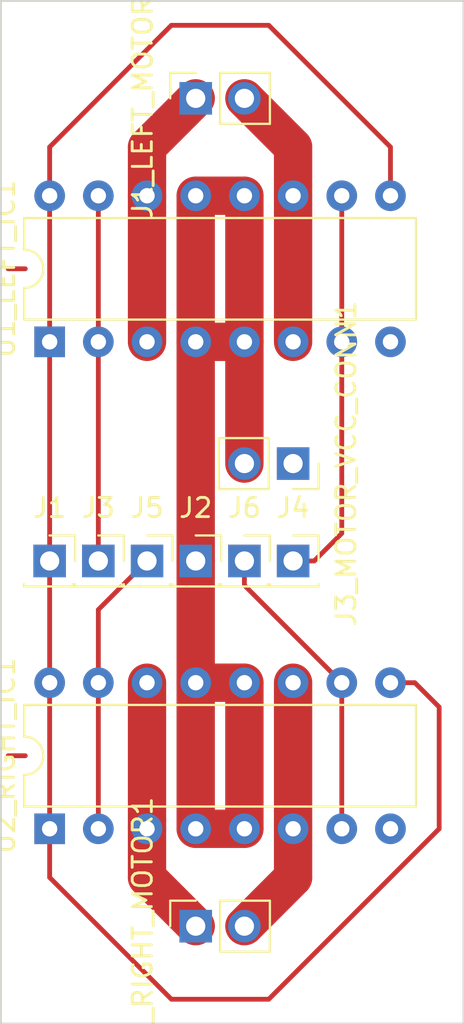
<source format=kicad_pcb>
(kicad_pcb (version 20171130) (host pcbnew "(5.1.5)-3")

  (general
    (thickness 1.6)
    (drawings 4)
    (tracks 55)
    (zones 0)
    (modules 11)
    (nets 12)
  )

  (page A4)
  (layers
    (0 F.Cu signal)
    (31 B.Cu signal hide)
    (32 B.Adhes user hide)
    (33 F.Adhes user hide)
    (34 B.Paste user hide)
    (35 F.Paste user hide)
    (36 B.SilkS user hide)
    (37 F.SilkS user hide)
    (38 B.Mask user hide)
    (39 F.Mask user hide)
    (40 Dwgs.User user hide)
    (41 Cmts.User user hide)
    (42 Eco1.User user hide)
    (43 Eco2.User user hide)
    (44 Edge.Cuts user)
    (45 Margin user hide)
    (46 B.CrtYd user hide)
    (47 F.CrtYd user hide)
    (48 B.Fab user hide)
    (49 F.Fab user hide)
  )

  (setup
    (last_trace_width 0.25)
    (user_trace_width 2)
    (trace_clearance 0.2)
    (zone_clearance 0.508)
    (zone_45_only no)
    (trace_min 0.2)
    (via_size 0.8)
    (via_drill 0.4)
    (via_min_size 0.4)
    (via_min_drill 0.3)
    (uvia_size 0.3)
    (uvia_drill 0.1)
    (uvias_allowed no)
    (uvia_min_size 0.2)
    (uvia_min_drill 0.1)
    (edge_width 0.05)
    (segment_width 0.2)
    (pcb_text_width 0.3)
    (pcb_text_size 1.5 1.5)
    (mod_edge_width 0.12)
    (mod_text_size 1 1)
    (mod_text_width 0.15)
    (pad_size 1.524 1.524)
    (pad_drill 0.762)
    (pad_to_mask_clearance 0.051)
    (solder_mask_min_width 0.25)
    (aux_axis_origin 0 0)
    (visible_elements FFFFFF7F)
    (pcbplotparams
      (layerselection 0x010fc_ffffffff)
      (usegerberextensions false)
      (usegerberattributes false)
      (usegerberadvancedattributes false)
      (creategerberjobfile false)
      (excludeedgelayer true)
      (linewidth 0.100000)
      (plotframeref false)
      (viasonmask false)
      (mode 1)
      (useauxorigin false)
      (hpglpennumber 1)
      (hpglpenspeed 20)
      (hpglpendiameter 15.000000)
      (psnegative false)
      (psa4output false)
      (plotreference true)
      (plotvalue true)
      (plotinvisibletext false)
      (padsonsilk false)
      (subtractmaskfromsilk false)
      (outputformat 1)
      (mirror false)
      (drillshape 1)
      (scaleselection 1)
      (outputdirectory ""))
  )

  (net 0 "")
  (net 1 "Net-(J1-Pad1)")
  (net 2 "Net-(J2-Pad1)")
  (net 3 "Net-(J3-Pad1)")
  (net 4 "Net-(J4-Pad1)")
  (net 5 "Net-(J5-Pad1)")
  (net 6 "Net-(J6-Pad1)")
  (net 7 "Net-(J1_LEFT_MOTOR1-Pad2)")
  (net 8 "Net-(J1_LEFT_MOTOR1-Pad1)")
  (net 9 "Net-(J2_RIGHT_MOTOR1-Pad2)")
  (net 10 "Net-(J2_RIGHT_MOTOR1-Pad1)")
  (net 11 "Net-(J3_MOTOR_VCC_CONN1-Pad1)")

  (net_class Default "This is the default net class."
    (clearance 0.2)
    (trace_width 0.25)
    (via_dia 0.8)
    (via_drill 0.4)
    (uvia_dia 0.3)
    (uvia_drill 0.1)
    (add_net "Net-(J1-Pad1)")
    (add_net "Net-(J1_LEFT_MOTOR1-Pad1)")
    (add_net "Net-(J1_LEFT_MOTOR1-Pad2)")
    (add_net "Net-(J2-Pad1)")
    (add_net "Net-(J2_RIGHT_MOTOR1-Pad1)")
    (add_net "Net-(J2_RIGHT_MOTOR1-Pad2)")
    (add_net "Net-(J3-Pad1)")
    (add_net "Net-(J3_MOTOR_VCC_CONN1-Pad1)")
    (add_net "Net-(J4-Pad1)")
    (add_net "Net-(J5-Pad1)")
    (add_net "Net-(J6-Pad1)")
  )

  (module Package_DIP:DIP-16_W7.62mm (layer F.Cu) (tedit 5A02E8C5) (tstamp 5EA978D5)
    (at 115.57 49.53 90)
    (descr "16-lead though-hole mounted DIP package, row spacing 7.62 mm (300 mils)")
    (tags "THT DIP DIL PDIP 2.54mm 7.62mm 300mil")
    (path /5EA963CB)
    (fp_text reference U1_LEFT_IC1 (at 3.81 -2.33 90) (layer F.SilkS)
      (effects (font (size 1 1) (thickness 0.15)))
    )
    (fp_text value L293D (at 3.81 20.11 90) (layer F.Fab)
      (effects (font (size 1 1) (thickness 0.15)))
    )
    (fp_text user %R (at 3.81 8.89 90) (layer F.Fab)
      (effects (font (size 1 1) (thickness 0.15)))
    )
    (fp_line (start 8.7 -1.55) (end -1.1 -1.55) (layer F.CrtYd) (width 0.05))
    (fp_line (start 8.7 19.3) (end 8.7 -1.55) (layer F.CrtYd) (width 0.05))
    (fp_line (start -1.1 19.3) (end 8.7 19.3) (layer F.CrtYd) (width 0.05))
    (fp_line (start -1.1 -1.55) (end -1.1 19.3) (layer F.CrtYd) (width 0.05))
    (fp_line (start 6.46 -1.33) (end 4.81 -1.33) (layer F.SilkS) (width 0.12))
    (fp_line (start 6.46 19.11) (end 6.46 -1.33) (layer F.SilkS) (width 0.12))
    (fp_line (start 1.16 19.11) (end 6.46 19.11) (layer F.SilkS) (width 0.12))
    (fp_line (start 1.16 -1.33) (end 1.16 19.11) (layer F.SilkS) (width 0.12))
    (fp_line (start 2.81 -1.33) (end 1.16 -1.33) (layer F.SilkS) (width 0.12))
    (fp_line (start 0.635 -0.27) (end 1.635 -1.27) (layer F.Fab) (width 0.1))
    (fp_line (start 0.635 19.05) (end 0.635 -0.27) (layer F.Fab) (width 0.1))
    (fp_line (start 6.985 19.05) (end 0.635 19.05) (layer F.Fab) (width 0.1))
    (fp_line (start 6.985 -1.27) (end 6.985 19.05) (layer F.Fab) (width 0.1))
    (fp_line (start 1.635 -1.27) (end 6.985 -1.27) (layer F.Fab) (width 0.1))
    (fp_arc (start 3.81 -1.33) (end 2.81 -1.33) (angle -180) (layer F.SilkS) (width 0.12))
    (pad 16 thru_hole oval (at 7.62 0 90) (size 1.6 1.6) (drill 0.8) (layers *.Cu *.Mask)
      (net 1 "Net-(J1-Pad1)"))
    (pad 8 thru_hole oval (at 0 17.78 90) (size 1.6 1.6) (drill 0.8) (layers *.Cu *.Mask)
      (net 11 "Net-(J3_MOTOR_VCC_CONN1-Pad1)"))
    (pad 15 thru_hole oval (at 7.62 2.54 90) (size 1.6 1.6) (drill 0.8) (layers *.Cu *.Mask)
      (net 3 "Net-(J3-Pad1)"))
    (pad 7 thru_hole oval (at 0 15.24 90) (size 1.6 1.6) (drill 0.8) (layers *.Cu *.Mask)
      (net 4 "Net-(J4-Pad1)"))
    (pad 14 thru_hole oval (at 7.62 5.08 90) (size 1.6 1.6) (drill 0.8) (layers *.Cu *.Mask)
      (net 8 "Net-(J1_LEFT_MOTOR1-Pad1)"))
    (pad 6 thru_hole oval (at 0 12.7 90) (size 1.6 1.6) (drill 0.8) (layers *.Cu *.Mask)
      (net 7 "Net-(J1_LEFT_MOTOR1-Pad2)"))
    (pad 13 thru_hole oval (at 7.62 7.62 90) (size 1.6 1.6) (drill 0.8) (layers *.Cu *.Mask)
      (net 2 "Net-(J2-Pad1)"))
    (pad 5 thru_hole oval (at 0 10.16 90) (size 1.6 1.6) (drill 0.8) (layers *.Cu *.Mask)
      (net 2 "Net-(J2-Pad1)"))
    (pad 12 thru_hole oval (at 7.62 10.16 90) (size 1.6 1.6) (drill 0.8) (layers *.Cu *.Mask)
      (net 2 "Net-(J2-Pad1)"))
    (pad 4 thru_hole oval (at 0 7.62 90) (size 1.6 1.6) (drill 0.8) (layers *.Cu *.Mask)
      (net 2 "Net-(J2-Pad1)"))
    (pad 11 thru_hole oval (at 7.62 12.7 90) (size 1.6 1.6) (drill 0.8) (layers *.Cu *.Mask)
      (net 7 "Net-(J1_LEFT_MOTOR1-Pad2)"))
    (pad 3 thru_hole oval (at 0 5.08 90) (size 1.6 1.6) (drill 0.8) (layers *.Cu *.Mask)
      (net 8 "Net-(J1_LEFT_MOTOR1-Pad1)"))
    (pad 10 thru_hole oval (at 7.62 15.24 90) (size 1.6 1.6) (drill 0.8) (layers *.Cu *.Mask)
      (net 4 "Net-(J4-Pad1)"))
    (pad 2 thru_hole oval (at 0 2.54 90) (size 1.6 1.6) (drill 0.8) (layers *.Cu *.Mask)
      (net 3 "Net-(J3-Pad1)"))
    (pad 9 thru_hole oval (at 7.62 17.78 90) (size 1.6 1.6) (drill 0.8) (layers *.Cu *.Mask)
      (net 1 "Net-(J1-Pad1)"))
    (pad 1 thru_hole rect (at 0 0 90) (size 1.6 1.6) (drill 0.8) (layers *.Cu *.Mask)
      (net 1 "Net-(J1-Pad1)"))
    (model ${KISYS3DMOD}/Package_DIP.3dshapes/DIP-16_W7.62mm.wrl
      (at (xyz 0 0 0))
      (scale (xyz 1 1 1))
      (rotate (xyz 0 0 0))
    )
  )

  (module Connector_PinSocket_2.54mm:PinSocket_1x02_P2.54mm_Vertical (layer F.Cu) (tedit 5A19A420) (tstamp 5EA97881)
    (at 123.19 80.01 90)
    (descr "Through hole straight socket strip, 1x02, 2.54mm pitch, single row (from Kicad 4.0.7), script generated")
    (tags "Through hole socket strip THT 1x02 2.54mm single row")
    (path /5EA9C54B)
    (fp_text reference J2_RIGHT_MOTOR1 (at 0 -2.77 90) (layer F.SilkS)
      (effects (font (size 1 1) (thickness 0.15)))
    )
    (fp_text value Screw_Terminal_01x02 (at 0 5.31 90) (layer F.Fab)
      (effects (font (size 1 1) (thickness 0.15)))
    )
    (fp_text user %R (at 0 1.27) (layer F.Fab)
      (effects (font (size 1 1) (thickness 0.15)))
    )
    (fp_line (start -1.8 4.3) (end -1.8 -1.8) (layer F.CrtYd) (width 0.05))
    (fp_line (start 1.75 4.3) (end -1.8 4.3) (layer F.CrtYd) (width 0.05))
    (fp_line (start 1.75 -1.8) (end 1.75 4.3) (layer F.CrtYd) (width 0.05))
    (fp_line (start -1.8 -1.8) (end 1.75 -1.8) (layer F.CrtYd) (width 0.05))
    (fp_line (start 0 -1.33) (end 1.33 -1.33) (layer F.SilkS) (width 0.12))
    (fp_line (start 1.33 -1.33) (end 1.33 0) (layer F.SilkS) (width 0.12))
    (fp_line (start 1.33 1.27) (end 1.33 3.87) (layer F.SilkS) (width 0.12))
    (fp_line (start -1.33 3.87) (end 1.33 3.87) (layer F.SilkS) (width 0.12))
    (fp_line (start -1.33 1.27) (end -1.33 3.87) (layer F.SilkS) (width 0.12))
    (fp_line (start -1.33 1.27) (end 1.33 1.27) (layer F.SilkS) (width 0.12))
    (fp_line (start -1.27 3.81) (end -1.27 -1.27) (layer F.Fab) (width 0.1))
    (fp_line (start 1.27 3.81) (end -1.27 3.81) (layer F.Fab) (width 0.1))
    (fp_line (start 1.27 -0.635) (end 1.27 3.81) (layer F.Fab) (width 0.1))
    (fp_line (start 0.635 -1.27) (end 1.27 -0.635) (layer F.Fab) (width 0.1))
    (fp_line (start -1.27 -1.27) (end 0.635 -1.27) (layer F.Fab) (width 0.1))
    (pad 2 thru_hole oval (at 0 2.54 90) (size 1.7 1.7) (drill 1) (layers *.Cu *.Mask)
      (net 9 "Net-(J2_RIGHT_MOTOR1-Pad2)"))
    (pad 1 thru_hole rect (at 0 0 90) (size 1.7 1.7) (drill 1) (layers *.Cu *.Mask)
      (net 10 "Net-(J2_RIGHT_MOTOR1-Pad1)"))
    (model ${KISYS3DMOD}/Connector_PinSocket_2.54mm.3dshapes/PinSocket_1x02_P2.54mm_Vertical.wrl
      (at (xyz 0 0 0))
      (scale (xyz 1 1 1))
      (rotate (xyz 0 0 0))
    )
  )

  (module Package_DIP:DIP-16_W7.62mm (layer F.Cu) (tedit 5A02E8C5) (tstamp 5EA978F9)
    (at 115.57 74.93 90)
    (descr "16-lead though-hole mounted DIP package, row spacing 7.62 mm (300 mils)")
    (tags "THT DIP DIL PDIP 2.54mm 7.62mm 300mil")
    (path /5EA9786F)
    (fp_text reference U2_RIGHT_IC1 (at 3.81 -2.33 90) (layer F.SilkS)
      (effects (font (size 1 1) (thickness 0.15)))
    )
    (fp_text value L293D (at 3.81 20.11 90) (layer F.Fab)
      (effects (font (size 1 1) (thickness 0.15)))
    )
    (fp_text user %R (at 3.81 8.89 90) (layer F.Fab)
      (effects (font (size 1 1) (thickness 0.15)))
    )
    (fp_line (start 8.7 -1.55) (end -1.1 -1.55) (layer F.CrtYd) (width 0.05))
    (fp_line (start 8.7 19.3) (end 8.7 -1.55) (layer F.CrtYd) (width 0.05))
    (fp_line (start -1.1 19.3) (end 8.7 19.3) (layer F.CrtYd) (width 0.05))
    (fp_line (start -1.1 -1.55) (end -1.1 19.3) (layer F.CrtYd) (width 0.05))
    (fp_line (start 6.46 -1.33) (end 4.81 -1.33) (layer F.SilkS) (width 0.12))
    (fp_line (start 6.46 19.11) (end 6.46 -1.33) (layer F.SilkS) (width 0.12))
    (fp_line (start 1.16 19.11) (end 6.46 19.11) (layer F.SilkS) (width 0.12))
    (fp_line (start 1.16 -1.33) (end 1.16 19.11) (layer F.SilkS) (width 0.12))
    (fp_line (start 2.81 -1.33) (end 1.16 -1.33) (layer F.SilkS) (width 0.12))
    (fp_line (start 0.635 -0.27) (end 1.635 -1.27) (layer F.Fab) (width 0.1))
    (fp_line (start 0.635 19.05) (end 0.635 -0.27) (layer F.Fab) (width 0.1))
    (fp_line (start 6.985 19.05) (end 0.635 19.05) (layer F.Fab) (width 0.1))
    (fp_line (start 6.985 -1.27) (end 6.985 19.05) (layer F.Fab) (width 0.1))
    (fp_line (start 1.635 -1.27) (end 6.985 -1.27) (layer F.Fab) (width 0.1))
    (fp_arc (start 3.81 -1.33) (end 2.81 -1.33) (angle -180) (layer F.SilkS) (width 0.12))
    (pad 16 thru_hole oval (at 7.62 0 90) (size 1.6 1.6) (drill 0.8) (layers *.Cu *.Mask)
      (net 1 "Net-(J1-Pad1)"))
    (pad 8 thru_hole oval (at 0 17.78 90) (size 1.6 1.6) (drill 0.8) (layers *.Cu *.Mask)
      (net 11 "Net-(J3_MOTOR_VCC_CONN1-Pad1)"))
    (pad 15 thru_hole oval (at 7.62 2.54 90) (size 1.6 1.6) (drill 0.8) (layers *.Cu *.Mask)
      (net 5 "Net-(J5-Pad1)"))
    (pad 7 thru_hole oval (at 0 15.24 90) (size 1.6 1.6) (drill 0.8) (layers *.Cu *.Mask)
      (net 6 "Net-(J6-Pad1)"))
    (pad 14 thru_hole oval (at 7.62 5.08 90) (size 1.6 1.6) (drill 0.8) (layers *.Cu *.Mask)
      (net 10 "Net-(J2_RIGHT_MOTOR1-Pad1)"))
    (pad 6 thru_hole oval (at 0 12.7 90) (size 1.6 1.6) (drill 0.8) (layers *.Cu *.Mask)
      (net 9 "Net-(J2_RIGHT_MOTOR1-Pad2)"))
    (pad 13 thru_hole oval (at 7.62 7.62 90) (size 1.6 1.6) (drill 0.8) (layers *.Cu *.Mask)
      (net 2 "Net-(J2-Pad1)"))
    (pad 5 thru_hole oval (at 0 10.16 90) (size 1.6 1.6) (drill 0.8) (layers *.Cu *.Mask)
      (net 2 "Net-(J2-Pad1)"))
    (pad 12 thru_hole oval (at 7.62 10.16 90) (size 1.6 1.6) (drill 0.8) (layers *.Cu *.Mask)
      (net 2 "Net-(J2-Pad1)"))
    (pad 4 thru_hole oval (at 0 7.62 90) (size 1.6 1.6) (drill 0.8) (layers *.Cu *.Mask)
      (net 2 "Net-(J2-Pad1)"))
    (pad 11 thru_hole oval (at 7.62 12.7 90) (size 1.6 1.6) (drill 0.8) (layers *.Cu *.Mask)
      (net 9 "Net-(J2_RIGHT_MOTOR1-Pad2)"))
    (pad 3 thru_hole oval (at 0 5.08 90) (size 1.6 1.6) (drill 0.8) (layers *.Cu *.Mask)
      (net 10 "Net-(J2_RIGHT_MOTOR1-Pad1)"))
    (pad 10 thru_hole oval (at 7.62 15.24 90) (size 1.6 1.6) (drill 0.8) (layers *.Cu *.Mask)
      (net 6 "Net-(J6-Pad1)"))
    (pad 2 thru_hole oval (at 0 2.54 90) (size 1.6 1.6) (drill 0.8) (layers *.Cu *.Mask)
      (net 5 "Net-(J5-Pad1)"))
    (pad 9 thru_hole oval (at 7.62 17.78 90) (size 1.6 1.6) (drill 0.8) (layers *.Cu *.Mask)
      (net 1 "Net-(J1-Pad1)"))
    (pad 1 thru_hole rect (at 0 0 90) (size 1.6 1.6) (drill 0.8) (layers *.Cu *.Mask)
      (net 1 "Net-(J1-Pad1)"))
    (model ${KISYS3DMOD}/Package_DIP.3dshapes/DIP-16_W7.62mm.wrl
      (at (xyz 0 0 0))
      (scale (xyz 1 1 1))
      (rotate (xyz 0 0 0))
    )
  )

  (module Connector_PinSocket_2.54mm:PinSocket_1x02_P2.54mm_Vertical (layer F.Cu) (tedit 5A19A420) (tstamp 5EA97897)
    (at 128.27 55.88 270)
    (descr "Through hole straight socket strip, 1x02, 2.54mm pitch, single row (from Kicad 4.0.7), script generated")
    (tags "Through hole socket strip THT 1x02 2.54mm single row")
    (path /5EA9A401)
    (fp_text reference J3_MOTOR_VCC_CONN1 (at 0 -2.77 90) (layer F.SilkS)
      (effects (font (size 1 1) (thickness 0.15)))
    )
    (fp_text value Screw_Terminal_01x02 (at 0 5.31 90) (layer F.Fab)
      (effects (font (size 1 1) (thickness 0.15)))
    )
    (fp_text user %R (at 0 1.27) (layer F.Fab)
      (effects (font (size 1 1) (thickness 0.15)))
    )
    (fp_line (start -1.8 4.3) (end -1.8 -1.8) (layer F.CrtYd) (width 0.05))
    (fp_line (start 1.75 4.3) (end -1.8 4.3) (layer F.CrtYd) (width 0.05))
    (fp_line (start 1.75 -1.8) (end 1.75 4.3) (layer F.CrtYd) (width 0.05))
    (fp_line (start -1.8 -1.8) (end 1.75 -1.8) (layer F.CrtYd) (width 0.05))
    (fp_line (start 0 -1.33) (end 1.33 -1.33) (layer F.SilkS) (width 0.12))
    (fp_line (start 1.33 -1.33) (end 1.33 0) (layer F.SilkS) (width 0.12))
    (fp_line (start 1.33 1.27) (end 1.33 3.87) (layer F.SilkS) (width 0.12))
    (fp_line (start -1.33 3.87) (end 1.33 3.87) (layer F.SilkS) (width 0.12))
    (fp_line (start -1.33 1.27) (end -1.33 3.87) (layer F.SilkS) (width 0.12))
    (fp_line (start -1.33 1.27) (end 1.33 1.27) (layer F.SilkS) (width 0.12))
    (fp_line (start -1.27 3.81) (end -1.27 -1.27) (layer F.Fab) (width 0.1))
    (fp_line (start 1.27 3.81) (end -1.27 3.81) (layer F.Fab) (width 0.1))
    (fp_line (start 1.27 -0.635) (end 1.27 3.81) (layer F.Fab) (width 0.1))
    (fp_line (start 0.635 -1.27) (end 1.27 -0.635) (layer F.Fab) (width 0.1))
    (fp_line (start -1.27 -1.27) (end 0.635 -1.27) (layer F.Fab) (width 0.1))
    (pad 2 thru_hole oval (at 0 2.54 270) (size 1.7 1.7) (drill 1) (layers *.Cu *.Mask)
      (net 2 "Net-(J2-Pad1)"))
    (pad 1 thru_hole rect (at 0 0 270) (size 1.7 1.7) (drill 1) (layers *.Cu *.Mask)
      (net 11 "Net-(J3_MOTOR_VCC_CONN1-Pad1)"))
    (model ${KISYS3DMOD}/Connector_PinSocket_2.54mm.3dshapes/PinSocket_1x02_P2.54mm_Vertical.wrl
      (at (xyz 0 0 0))
      (scale (xyz 1 1 1))
      (rotate (xyz 0 0 0))
    )
  )

  (module Connector_PinSocket_2.54mm:PinSocket_1x02_P2.54mm_Vertical (layer F.Cu) (tedit 5A19A420) (tstamp 5EA9786B)
    (at 123.19 36.83 90)
    (descr "Through hole straight socket strip, 1x02, 2.54mm pitch, single row (from Kicad 4.0.7), script generated")
    (tags "Through hole socket strip THT 1x02 2.54mm single row")
    (path /5EA9B1B4)
    (fp_text reference J1_LEFT_MOTOR1 (at 0 -2.77 90) (layer F.SilkS)
      (effects (font (size 1 1) (thickness 0.15)))
    )
    (fp_text value Screw_Terminal_01x02 (at 0 5.31 90) (layer F.Fab)
      (effects (font (size 1 1) (thickness 0.15)))
    )
    (fp_text user %R (at 0 1.27) (layer F.Fab)
      (effects (font (size 1 1) (thickness 0.15)))
    )
    (fp_line (start -1.8 4.3) (end -1.8 -1.8) (layer F.CrtYd) (width 0.05))
    (fp_line (start 1.75 4.3) (end -1.8 4.3) (layer F.CrtYd) (width 0.05))
    (fp_line (start 1.75 -1.8) (end 1.75 4.3) (layer F.CrtYd) (width 0.05))
    (fp_line (start -1.8 -1.8) (end 1.75 -1.8) (layer F.CrtYd) (width 0.05))
    (fp_line (start 0 -1.33) (end 1.33 -1.33) (layer F.SilkS) (width 0.12))
    (fp_line (start 1.33 -1.33) (end 1.33 0) (layer F.SilkS) (width 0.12))
    (fp_line (start 1.33 1.27) (end 1.33 3.87) (layer F.SilkS) (width 0.12))
    (fp_line (start -1.33 3.87) (end 1.33 3.87) (layer F.SilkS) (width 0.12))
    (fp_line (start -1.33 1.27) (end -1.33 3.87) (layer F.SilkS) (width 0.12))
    (fp_line (start -1.33 1.27) (end 1.33 1.27) (layer F.SilkS) (width 0.12))
    (fp_line (start -1.27 3.81) (end -1.27 -1.27) (layer F.Fab) (width 0.1))
    (fp_line (start 1.27 3.81) (end -1.27 3.81) (layer F.Fab) (width 0.1))
    (fp_line (start 1.27 -0.635) (end 1.27 3.81) (layer F.Fab) (width 0.1))
    (fp_line (start 0.635 -1.27) (end 1.27 -0.635) (layer F.Fab) (width 0.1))
    (fp_line (start -1.27 -1.27) (end 0.635 -1.27) (layer F.Fab) (width 0.1))
    (pad 2 thru_hole oval (at 0 2.54 90) (size 1.7 1.7) (drill 1) (layers *.Cu *.Mask)
      (net 7 "Net-(J1_LEFT_MOTOR1-Pad2)"))
    (pad 1 thru_hole rect (at 0 0 90) (size 1.7 1.7) (drill 1) (layers *.Cu *.Mask)
      (net 8 "Net-(J1_LEFT_MOTOR1-Pad1)"))
    (model ${KISYS3DMOD}/Connector_PinSocket_2.54mm.3dshapes/PinSocket_1x02_P2.54mm_Vertical.wrl
      (at (xyz 0 0 0))
      (scale (xyz 1 1 1))
      (rotate (xyz 0 0 0))
    )
  )

  (module Connector_PinSocket_2.54mm:PinSocket_1x01_P2.54mm_Vertical (layer F.Cu) (tedit 5A19A434) (tstamp 5EA97855)
    (at 125.73 60.96)
    (descr "Through hole straight socket strip, 1x01, 2.54mm pitch, single row (from Kicad 4.0.7), script generated")
    (tags "Through hole socket strip THT 1x01 2.54mm single row")
    (path /5EACBBA5)
    (fp_text reference J6 (at 0 -2.77) (layer F.SilkS)
      (effects (font (size 1 1) (thickness 0.15)))
    )
    (fp_text value Screw_Terminal_01x01 (at 0 2.77) (layer F.Fab)
      (effects (font (size 1 1) (thickness 0.15)))
    )
    (fp_text user %R (at 0 0) (layer F.Fab)
      (effects (font (size 1 1) (thickness 0.15)))
    )
    (fp_line (start -1.8 1.75) (end -1.8 -1.8) (layer F.CrtYd) (width 0.05))
    (fp_line (start 1.75 1.75) (end -1.8 1.75) (layer F.CrtYd) (width 0.05))
    (fp_line (start 1.75 -1.8) (end 1.75 1.75) (layer F.CrtYd) (width 0.05))
    (fp_line (start -1.8 -1.8) (end 1.75 -1.8) (layer F.CrtYd) (width 0.05))
    (fp_line (start 0 -1.33) (end 1.33 -1.33) (layer F.SilkS) (width 0.12))
    (fp_line (start 1.33 -1.33) (end 1.33 0) (layer F.SilkS) (width 0.12))
    (fp_line (start 1.33 1.21) (end 1.33 1.33) (layer F.SilkS) (width 0.12))
    (fp_line (start -1.33 1.21) (end -1.33 1.33) (layer F.SilkS) (width 0.12))
    (fp_line (start -1.33 1.33) (end 1.33 1.33) (layer F.SilkS) (width 0.12))
    (fp_line (start -1.27 1.27) (end -1.27 -1.27) (layer F.Fab) (width 0.1))
    (fp_line (start 1.27 1.27) (end -1.27 1.27) (layer F.Fab) (width 0.1))
    (fp_line (start 1.27 -0.635) (end 1.27 1.27) (layer F.Fab) (width 0.1))
    (fp_line (start 0.635 -1.27) (end 1.27 -0.635) (layer F.Fab) (width 0.1))
    (fp_line (start -1.27 -1.27) (end 0.635 -1.27) (layer F.Fab) (width 0.1))
    (pad 1 thru_hole rect (at 0 0) (size 1.7 1.7) (drill 1) (layers *.Cu *.Mask)
      (net 6 "Net-(J6-Pad1)"))
    (model ${KISYS3DMOD}/Connector_PinSocket_2.54mm.3dshapes/PinSocket_1x01_P2.54mm_Vertical.wrl
      (at (xyz 0 0 0))
      (scale (xyz 1 1 1))
      (rotate (xyz 0 0 0))
    )
  )

  (module Connector_PinSocket_2.54mm:PinSocket_1x01_P2.54mm_Vertical (layer F.Cu) (tedit 5A19A434) (tstamp 5EA97841)
    (at 120.65 60.96)
    (descr "Through hole straight socket strip, 1x01, 2.54mm pitch, single row (from Kicad 4.0.7), script generated")
    (tags "Through hole socket strip THT 1x01 2.54mm single row")
    (path /5EACB465)
    (fp_text reference J5 (at 0 -2.77) (layer F.SilkS)
      (effects (font (size 1 1) (thickness 0.15)))
    )
    (fp_text value Screw_Terminal_01x01 (at 0 2.77) (layer F.Fab)
      (effects (font (size 1 1) (thickness 0.15)))
    )
    (fp_text user %R (at 0 0) (layer F.Fab)
      (effects (font (size 1 1) (thickness 0.15)))
    )
    (fp_line (start -1.8 1.75) (end -1.8 -1.8) (layer F.CrtYd) (width 0.05))
    (fp_line (start 1.75 1.75) (end -1.8 1.75) (layer F.CrtYd) (width 0.05))
    (fp_line (start 1.75 -1.8) (end 1.75 1.75) (layer F.CrtYd) (width 0.05))
    (fp_line (start -1.8 -1.8) (end 1.75 -1.8) (layer F.CrtYd) (width 0.05))
    (fp_line (start 0 -1.33) (end 1.33 -1.33) (layer F.SilkS) (width 0.12))
    (fp_line (start 1.33 -1.33) (end 1.33 0) (layer F.SilkS) (width 0.12))
    (fp_line (start 1.33 1.21) (end 1.33 1.33) (layer F.SilkS) (width 0.12))
    (fp_line (start -1.33 1.21) (end -1.33 1.33) (layer F.SilkS) (width 0.12))
    (fp_line (start -1.33 1.33) (end 1.33 1.33) (layer F.SilkS) (width 0.12))
    (fp_line (start -1.27 1.27) (end -1.27 -1.27) (layer F.Fab) (width 0.1))
    (fp_line (start 1.27 1.27) (end -1.27 1.27) (layer F.Fab) (width 0.1))
    (fp_line (start 1.27 -0.635) (end 1.27 1.27) (layer F.Fab) (width 0.1))
    (fp_line (start 0.635 -1.27) (end 1.27 -0.635) (layer F.Fab) (width 0.1))
    (fp_line (start -1.27 -1.27) (end 0.635 -1.27) (layer F.Fab) (width 0.1))
    (pad 1 thru_hole rect (at 0 0) (size 1.7 1.7) (drill 1) (layers *.Cu *.Mask)
      (net 5 "Net-(J5-Pad1)"))
    (model ${KISYS3DMOD}/Connector_PinSocket_2.54mm.3dshapes/PinSocket_1x01_P2.54mm_Vertical.wrl
      (at (xyz 0 0 0))
      (scale (xyz 1 1 1))
      (rotate (xyz 0 0 0))
    )
  )

  (module Connector_PinSocket_2.54mm:PinSocket_1x01_P2.54mm_Vertical (layer F.Cu) (tedit 5A19A434) (tstamp 5EA9782D)
    (at 128.27 60.96)
    (descr "Through hole straight socket strip, 1x01, 2.54mm pitch, single row (from Kicad 4.0.7), script generated")
    (tags "Through hole socket strip THT 1x01 2.54mm single row")
    (path /5EACAE17)
    (fp_text reference J4 (at 0 -2.77) (layer F.SilkS)
      (effects (font (size 1 1) (thickness 0.15)))
    )
    (fp_text value Screw_Terminal_01x01 (at 0 2.77) (layer F.Fab)
      (effects (font (size 1 1) (thickness 0.15)))
    )
    (fp_text user %R (at 0 0) (layer F.Fab)
      (effects (font (size 1 1) (thickness 0.15)))
    )
    (fp_line (start -1.8 1.75) (end -1.8 -1.8) (layer F.CrtYd) (width 0.05))
    (fp_line (start 1.75 1.75) (end -1.8 1.75) (layer F.CrtYd) (width 0.05))
    (fp_line (start 1.75 -1.8) (end 1.75 1.75) (layer F.CrtYd) (width 0.05))
    (fp_line (start -1.8 -1.8) (end 1.75 -1.8) (layer F.CrtYd) (width 0.05))
    (fp_line (start 0 -1.33) (end 1.33 -1.33) (layer F.SilkS) (width 0.12))
    (fp_line (start 1.33 -1.33) (end 1.33 0) (layer F.SilkS) (width 0.12))
    (fp_line (start 1.33 1.21) (end 1.33 1.33) (layer F.SilkS) (width 0.12))
    (fp_line (start -1.33 1.21) (end -1.33 1.33) (layer F.SilkS) (width 0.12))
    (fp_line (start -1.33 1.33) (end 1.33 1.33) (layer F.SilkS) (width 0.12))
    (fp_line (start -1.27 1.27) (end -1.27 -1.27) (layer F.Fab) (width 0.1))
    (fp_line (start 1.27 1.27) (end -1.27 1.27) (layer F.Fab) (width 0.1))
    (fp_line (start 1.27 -0.635) (end 1.27 1.27) (layer F.Fab) (width 0.1))
    (fp_line (start 0.635 -1.27) (end 1.27 -0.635) (layer F.Fab) (width 0.1))
    (fp_line (start -1.27 -1.27) (end 0.635 -1.27) (layer F.Fab) (width 0.1))
    (pad 1 thru_hole rect (at 0 0) (size 1.7 1.7) (drill 1) (layers *.Cu *.Mask)
      (net 4 "Net-(J4-Pad1)"))
    (model ${KISYS3DMOD}/Connector_PinSocket_2.54mm.3dshapes/PinSocket_1x01_P2.54mm_Vertical.wrl
      (at (xyz 0 0 0))
      (scale (xyz 1 1 1))
      (rotate (xyz 0 0 0))
    )
  )

  (module Connector_PinSocket_2.54mm:PinSocket_1x01_P2.54mm_Vertical (layer F.Cu) (tedit 5A19A434) (tstamp 5EA97819)
    (at 118.11 60.96)
    (descr "Through hole straight socket strip, 1x01, 2.54mm pitch, single row (from Kicad 4.0.7), script generated")
    (tags "Through hole socket strip THT 1x01 2.54mm single row")
    (path /5EACA6B6)
    (fp_text reference J3 (at 0 -2.77) (layer F.SilkS)
      (effects (font (size 1 1) (thickness 0.15)))
    )
    (fp_text value Screw_Terminal_01x01 (at 0 2.77) (layer F.Fab)
      (effects (font (size 1 1) (thickness 0.15)))
    )
    (fp_text user %R (at 0 0) (layer F.Fab)
      (effects (font (size 1 1) (thickness 0.15)))
    )
    (fp_line (start -1.8 1.75) (end -1.8 -1.8) (layer F.CrtYd) (width 0.05))
    (fp_line (start 1.75 1.75) (end -1.8 1.75) (layer F.CrtYd) (width 0.05))
    (fp_line (start 1.75 -1.8) (end 1.75 1.75) (layer F.CrtYd) (width 0.05))
    (fp_line (start -1.8 -1.8) (end 1.75 -1.8) (layer F.CrtYd) (width 0.05))
    (fp_line (start 0 -1.33) (end 1.33 -1.33) (layer F.SilkS) (width 0.12))
    (fp_line (start 1.33 -1.33) (end 1.33 0) (layer F.SilkS) (width 0.12))
    (fp_line (start 1.33 1.21) (end 1.33 1.33) (layer F.SilkS) (width 0.12))
    (fp_line (start -1.33 1.21) (end -1.33 1.33) (layer F.SilkS) (width 0.12))
    (fp_line (start -1.33 1.33) (end 1.33 1.33) (layer F.SilkS) (width 0.12))
    (fp_line (start -1.27 1.27) (end -1.27 -1.27) (layer F.Fab) (width 0.1))
    (fp_line (start 1.27 1.27) (end -1.27 1.27) (layer F.Fab) (width 0.1))
    (fp_line (start 1.27 -0.635) (end 1.27 1.27) (layer F.Fab) (width 0.1))
    (fp_line (start 0.635 -1.27) (end 1.27 -0.635) (layer F.Fab) (width 0.1))
    (fp_line (start -1.27 -1.27) (end 0.635 -1.27) (layer F.Fab) (width 0.1))
    (pad 1 thru_hole rect (at 0 0) (size 1.7 1.7) (drill 1) (layers *.Cu *.Mask)
      (net 3 "Net-(J3-Pad1)"))
    (model ${KISYS3DMOD}/Connector_PinSocket_2.54mm.3dshapes/PinSocket_1x01_P2.54mm_Vertical.wrl
      (at (xyz 0 0 0))
      (scale (xyz 1 1 1))
      (rotate (xyz 0 0 0))
    )
  )

  (module Connector_PinSocket_2.54mm:PinSocket_1x01_P2.54mm_Vertical (layer F.Cu) (tedit 5A19A434) (tstamp 5EA97805)
    (at 123.19 60.96)
    (descr "Through hole straight socket strip, 1x01, 2.54mm pitch, single row (from Kicad 4.0.7), script generated")
    (tags "Through hole socket strip THT 1x01 2.54mm single row")
    (path /5EACA4BE)
    (fp_text reference J2 (at 0 -2.77) (layer F.SilkS)
      (effects (font (size 1 1) (thickness 0.15)))
    )
    (fp_text value Screw_Terminal_01x01 (at 0 2.77) (layer F.Fab)
      (effects (font (size 1 1) (thickness 0.15)))
    )
    (fp_text user %R (at 0 0) (layer F.Fab)
      (effects (font (size 1 1) (thickness 0.15)))
    )
    (fp_line (start -1.8 1.75) (end -1.8 -1.8) (layer F.CrtYd) (width 0.05))
    (fp_line (start 1.75 1.75) (end -1.8 1.75) (layer F.CrtYd) (width 0.05))
    (fp_line (start 1.75 -1.8) (end 1.75 1.75) (layer F.CrtYd) (width 0.05))
    (fp_line (start -1.8 -1.8) (end 1.75 -1.8) (layer F.CrtYd) (width 0.05))
    (fp_line (start 0 -1.33) (end 1.33 -1.33) (layer F.SilkS) (width 0.12))
    (fp_line (start 1.33 -1.33) (end 1.33 0) (layer F.SilkS) (width 0.12))
    (fp_line (start 1.33 1.21) (end 1.33 1.33) (layer F.SilkS) (width 0.12))
    (fp_line (start -1.33 1.21) (end -1.33 1.33) (layer F.SilkS) (width 0.12))
    (fp_line (start -1.33 1.33) (end 1.33 1.33) (layer F.SilkS) (width 0.12))
    (fp_line (start -1.27 1.27) (end -1.27 -1.27) (layer F.Fab) (width 0.1))
    (fp_line (start 1.27 1.27) (end -1.27 1.27) (layer F.Fab) (width 0.1))
    (fp_line (start 1.27 -0.635) (end 1.27 1.27) (layer F.Fab) (width 0.1))
    (fp_line (start 0.635 -1.27) (end 1.27 -0.635) (layer F.Fab) (width 0.1))
    (fp_line (start -1.27 -1.27) (end 0.635 -1.27) (layer F.Fab) (width 0.1))
    (pad 1 thru_hole rect (at 0 0) (size 1.7 1.7) (drill 1) (layers *.Cu *.Mask)
      (net 2 "Net-(J2-Pad1)"))
    (model ${KISYS3DMOD}/Connector_PinSocket_2.54mm.3dshapes/PinSocket_1x01_P2.54mm_Vertical.wrl
      (at (xyz 0 0 0))
      (scale (xyz 1 1 1))
      (rotate (xyz 0 0 0))
    )
  )

  (module Connector_PinSocket_2.54mm:PinSocket_1x01_P2.54mm_Vertical (layer F.Cu) (tedit 5A19A434) (tstamp 5EA977F1)
    (at 115.57 60.96)
    (descr "Through hole straight socket strip, 1x01, 2.54mm pitch, single row (from Kicad 4.0.7), script generated")
    (tags "Through hole socket strip THT 1x01 2.54mm single row")
    (path /5EAC965C)
    (fp_text reference J1 (at 0 -2.77) (layer F.SilkS)
      (effects (font (size 1 1) (thickness 0.15)))
    )
    (fp_text value Screw_Terminal_01x01 (at 0 2.77) (layer F.Fab)
      (effects (font (size 1 1) (thickness 0.15)))
    )
    (fp_text user %R (at 0 0) (layer F.Fab)
      (effects (font (size 1 1) (thickness 0.15)))
    )
    (fp_line (start -1.8 1.75) (end -1.8 -1.8) (layer F.CrtYd) (width 0.05))
    (fp_line (start 1.75 1.75) (end -1.8 1.75) (layer F.CrtYd) (width 0.05))
    (fp_line (start 1.75 -1.8) (end 1.75 1.75) (layer F.CrtYd) (width 0.05))
    (fp_line (start -1.8 -1.8) (end 1.75 -1.8) (layer F.CrtYd) (width 0.05))
    (fp_line (start 0 -1.33) (end 1.33 -1.33) (layer F.SilkS) (width 0.12))
    (fp_line (start 1.33 -1.33) (end 1.33 0) (layer F.SilkS) (width 0.12))
    (fp_line (start 1.33 1.21) (end 1.33 1.33) (layer F.SilkS) (width 0.12))
    (fp_line (start -1.33 1.21) (end -1.33 1.33) (layer F.SilkS) (width 0.12))
    (fp_line (start -1.33 1.33) (end 1.33 1.33) (layer F.SilkS) (width 0.12))
    (fp_line (start -1.27 1.27) (end -1.27 -1.27) (layer F.Fab) (width 0.1))
    (fp_line (start 1.27 1.27) (end -1.27 1.27) (layer F.Fab) (width 0.1))
    (fp_line (start 1.27 -0.635) (end 1.27 1.27) (layer F.Fab) (width 0.1))
    (fp_line (start 0.635 -1.27) (end 1.27 -0.635) (layer F.Fab) (width 0.1))
    (fp_line (start -1.27 -1.27) (end 0.635 -1.27) (layer F.Fab) (width 0.1))
    (pad 1 thru_hole rect (at 0 0) (size 1.7 1.7) (drill 1) (layers *.Cu *.Mask)
      (net 1 "Net-(J1-Pad1)"))
    (model ${KISYS3DMOD}/Connector_PinSocket_2.54mm.3dshapes/PinSocket_1x01_P2.54mm_Vertical.wrl
      (at (xyz 0 0 0))
      (scale (xyz 1 1 1))
      (rotate (xyz 0 0 0))
    )
  )

  (gr_line (start 137.16 31.75) (end 137.16 85.09) (layer Edge.Cuts) (width 0.1))
  (gr_line (start 113.03 31.75) (end 137.16 31.75) (layer Edge.Cuts) (width 0.1))
  (gr_line (start 113.03 85.09) (end 113.03 31.75) (layer Edge.Cuts) (width 0.1))
  (gr_line (start 137.16 85.09) (end 113.03 85.09) (layer Edge.Cuts) (width 0.1))

  (segment (start 114.3 45.72) (end 113.40501 45.72) (width 0.25) (layer F.Cu) (net 0))
  (segment (start 114.3 71.12) (end 113.40501 71.12) (width 0.25) (layer F.Cu) (net 0))
  (segment (start 115.57 41.91) (end 115.57 49.53) (width 0.25) (layer F.Cu) (net 1))
  (segment (start 115.57 49.53) (end 115.57 60.96) (width 0.25) (layer F.Cu) (net 1))
  (segment (start 115.57 60.96) (end 115.57 67.31) (width 0.25) (layer F.Cu) (net 1))
  (segment (start 115.57 67.31) (end 115.57 74.93) (width 0.25) (layer F.Cu) (net 1))
  (segment (start 133.35 67.31) (end 134.62 67.31) (width 0.25) (layer F.Cu) (net 1))
  (segment (start 134.62 67.31) (end 135.89 68.58) (width 0.25) (layer F.Cu) (net 1))
  (segment (start 135.89 68.58) (end 135.89 74.93) (width 0.25) (layer F.Cu) (net 1))
  (segment (start 135.89 74.93) (end 129.484991 81.335009) (width 0.25) (layer F.Cu) (net 1))
  (segment (start 129.484991 81.335009) (end 129.54 81.28) (width 0.25) (layer F.Cu) (net 1))
  (segment (start 127 83.82) (end 129.484991 81.335009) (width 0.25) (layer F.Cu) (net 1))
  (segment (start 115.57 77.47) (end 121.92 83.82) (width 0.25) (layer F.Cu) (net 1))
  (segment (start 115.57 74.93) (end 115.57 77.47) (width 0.25) (layer F.Cu) (net 1))
  (segment (start 121.92 83.82) (end 127 83.82) (width 0.25) (layer F.Cu) (net 1))
  (segment (start 133.35 39.37) (end 133.35 41.91) (width 0.25) (layer F.Cu) (net 1))
  (segment (start 121.92 33.02) (end 127 33.02) (width 0.25) (layer F.Cu) (net 1))
  (segment (start 127 33.02) (end 133.35 39.37) (width 0.25) (layer F.Cu) (net 1))
  (segment (start 115.57 41.91) (end 115.57 39.37) (width 0.25) (layer F.Cu) (net 1))
  (segment (start 115.57 39.37) (end 121.92 33.02) (width 0.25) (layer F.Cu) (net 1))
  (segment (start 123.19 41.91) (end 125.73 41.91) (width 2) (layer F.Cu) (net 2))
  (segment (start 125.73 41.91) (end 125.73 49.53) (width 2) (layer F.Cu) (net 2))
  (segment (start 125.73 49.53) (end 123.19 49.53) (width 2) (layer F.Cu) (net 2))
  (segment (start 123.19 41.91) (end 123.19 49.53) (width 2) (layer F.Cu) (net 2))
  (segment (start 125.73 49.53) (end 125.73 55.88) (width 2) (layer F.Cu) (net 2))
  (segment (start 123.19 49.53) (end 123.19 60.96) (width 2) (layer F.Cu) (net 2))
  (segment (start 123.19 60.96) (end 123.19 67.31) (width 2) (layer F.Cu) (net 2))
  (segment (start 123.19 67.31) (end 125.73 67.31) (width 2) (layer F.Cu) (net 2))
  (segment (start 125.73 67.31) (end 125.73 74.93) (width 2) (layer F.Cu) (net 2))
  (segment (start 125.73 74.93) (end 123.19 74.93) (width 2) (layer F.Cu) (net 2))
  (segment (start 123.19 74.93) (end 123.19 67.31) (width 2) (layer F.Cu) (net 2))
  (segment (start 118.11 41.91) (end 118.11 49.53) (width 0.25) (layer F.Cu) (net 3))
  (segment (start 118.11 60.96) (end 118.11 49.53) (width 0.25) (layer F.Cu) (net 3))
  (segment (start 130.81 41.91) (end 130.81 49.53) (width 0.25) (layer F.Cu) (net 4))
  (segment (start 129.37 60.96) (end 128.27 60.96) (width 0.25) (layer F.Cu) (net 4))
  (segment (start 130.81 59.52) (end 129.37 60.96) (width 0.25) (layer F.Cu) (net 4))
  (segment (start 130.81 49.53) (end 130.81 59.52) (width 0.25) (layer F.Cu) (net 4))
  (segment (start 118.11 74.93) (end 118.11 67.31) (width 0.25) (layer F.Cu) (net 5))
  (segment (start 118.11 63.5) (end 120.65 60.96) (width 0.25) (layer F.Cu) (net 5))
  (segment (start 118.11 67.31) (end 118.11 63.5) (width 0.25) (layer F.Cu) (net 5))
  (segment (start 130.81 74.93) (end 130.81 67.31) (width 0.25) (layer F.Cu) (net 6))
  (segment (start 125.73 60.96) (end 125.73 62.23) (width 0.25) (layer F.Cu) (net 6))
  (segment (start 125.73 62.23) (end 130.81 67.31) (width 0.25) (layer F.Cu) (net 6))
  (segment (start 128.27 39.37) (end 128.27 41.91) (width 2) (layer F.Cu) (net 7))
  (segment (start 125.73 36.83) (end 128.27 39.37) (width 2) (layer F.Cu) (net 7))
  (segment (start 128.27 41.91) (end 128.27 49.53) (width 2) (layer F.Cu) (net 7))
  (segment (start 120.65 39.37) (end 120.65 41.91) (width 2) (layer F.Cu) (net 8))
  (segment (start 123.19 36.83) (end 120.65 39.37) (width 2) (layer F.Cu) (net 8))
  (segment (start 120.65 41.91) (end 120.65 49.53) (width 2) (layer F.Cu) (net 8))
  (segment (start 128.27 77.47) (end 128.27 74.93) (width 2) (layer F.Cu) (net 9))
  (segment (start 125.73 80.01) (end 128.27 77.47) (width 2) (layer F.Cu) (net 9))
  (segment (start 128.27 74.93) (end 128.27 67.31) (width 2) (layer F.Cu) (net 9))
  (segment (start 120.65 77.47) (end 123.19 80.01) (width 2) (layer F.Cu) (net 10))
  (segment (start 120.65 74.93) (end 120.65 77.47) (width 2) (layer F.Cu) (net 10))
  (segment (start 120.65 67.31) (end 120.65 74.93) (width 2) (layer F.Cu) (net 10))

)

</source>
